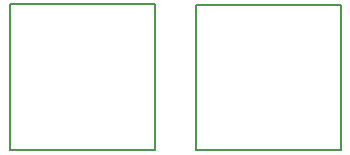
<source format=gbr>
%TF.GenerationSoftware,Altium Limited,Altium Designer,24.3.1 (35)*%
G04 Layer_Color=8388736*
%FSLAX25Y25*%
%MOIN*%
%TF.SameCoordinates,1C50E6C9-DA4A-4B26-87AC-B265A0C711DB*%
%TF.FilePolarity,Positive*%
%TF.FileFunction,Other,Top_3D_Body*%
%TF.Part,Single*%
G01*
G75*
%TA.AperFunction,NonConductor*%
%ADD50C,0.00787*%
D50*
X215894Y253671D02*
X264319D01*
X215894D02*
Y302097D01*
X264319D01*
Y253671D02*
Y302097D01*
X153787Y253784D02*
X202213D01*
X153787D02*
Y302210D01*
X202213D01*
Y253784D02*
Y302210D01*
%TF.MD5,de4fb5d428eb72fa1835f0b7be960078*%
M02*

</source>
